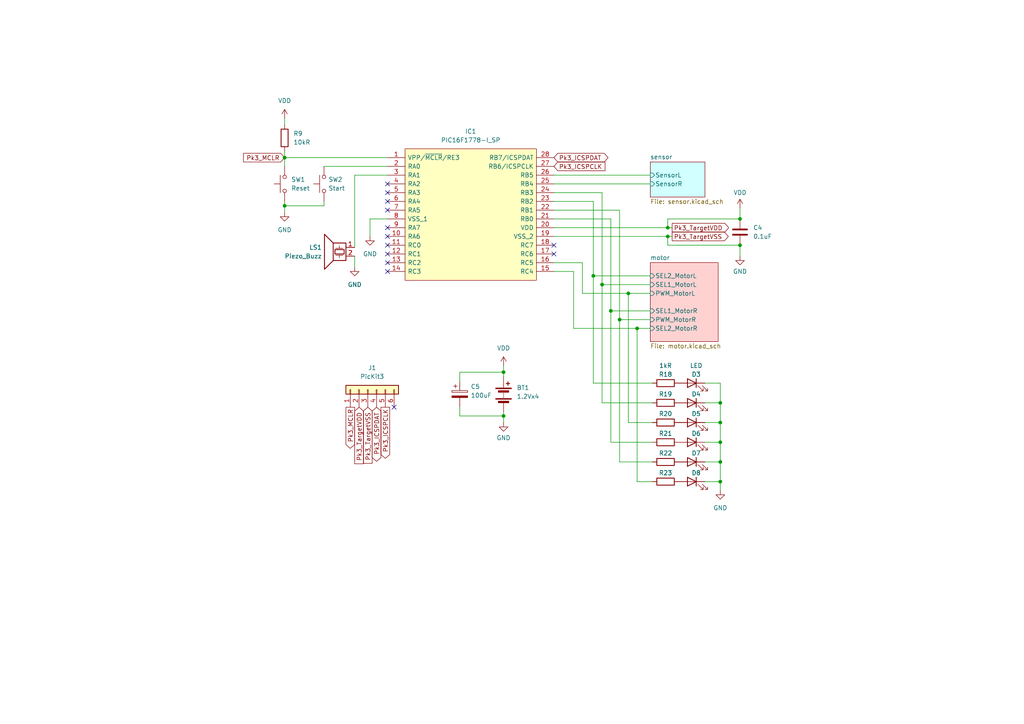
<source format=kicad_sch>
(kicad_sch (version 20230121) (generator eeschema)
  (paper "A4")
  (title_block (title "LineTracer-Practice") (date "2023-06-18") (rev "BETA") (company "KCCTD4-8") (comment 1 "*Unless otherwise noted, resistors used are 1/4W resistors."))
  (lib_symbols
    (symbol "Connector_Generic:Conn_01x06" (pin_names (offset 1.016) hide)
      (property "Reference" "J" (at 0 7.62 0))
      (property "Value" "Conn_01x06" (at 0 -10.16 0))
      (symbol "Conn_01x06_1_1"
        (rectangle (start -1.27 -7.493) (end 0 -7.747) (stroke (width 0.1524)))
        (rectangle (start -1.27 -4.953) (end 0 -5.207) (stroke (width 0.1524)))
        (rectangle (start -1.27 -2.413) (end 0 -2.667) (stroke (width 0.1524)))
        (rectangle (start -1.27 0.127) (end 0 -0.127) (stroke (width 0.1524)))
        (rectangle (start -1.27 2.667) (end 0 2.413) (stroke (width 0.1524)))
        (rectangle (start -1.27 5.207) (end 0 4.953) (stroke (width 0.1524)))
        (rectangle (start -1.27 6.35) (end 1.27 -8.89) (stroke (width 0.254)) (fill (type background)))
        (pin passive line (at -5.08 5.08 0) (length 3.81) (name "Pin_1") (number "1"))
        (pin passive line (at -5.08 2.54 0) (length 3.81) (name "Pin_2") (number "2"))
        (pin passive line (at -5.08 0 0) (length 3.81) (name "Pin_3") (number "3"))
        (pin passive line (at -5.08 -2.54 0) (length 3.81) (name "Pin_4") (number "4"))
        (pin passive line (at -5.08 -5.08 0) (length 3.81) (name "Pin_5") (number "5"))
        (pin passive line (at -5.08 -7.62 0) (length 3.81) (name "Pin_6") (number "6"))
      )
    )
    (symbol "Device:Battery" (pin_numbers hide) (pin_names (offset 0) hide)
      (property "Reference" "BT" (at 2.54 2.54 0))
      (property "Value" "Battery" (at 2.54 0 0))
      (symbol "Battery_0_1"
        (rectangle (start -2.286 -1.27) (end 2.286 -1.524) (fill (type outline)))
        (rectangle (start -2.286 1.778) (end 2.286 1.524) (fill (type outline)))
        (rectangle (start -1.524 -2.032) (end 1.524 -2.54) (fill (type outline)))
        (rectangle (start -1.524 1.016) (end 1.524 0.508) (fill (type outline)))
        (polyline (pts (xy 0 -1.016) (xy 0 -0.762)))
        (polyline (pts (xy 0 -0.508) (xy 0 -0.254)))
        (polyline (pts (xy 0 0) (xy 0 0.254)))
        (polyline (pts (xy 0 1.778) (xy 0 2.54)))
        (polyline (pts (xy 0.762 3.048) (xy 1.778 3.048)) (stroke (width 0.254)))
        (polyline (pts (xy 1.27 3.556) (xy 1.27 2.54)) (stroke (width 0.254)))
      )
      (symbol "Battery_1_1"
        (pin passive line (at 0 5.08 270) (length 2.54) (name "+") (number "1"))
        (pin passive line (at 0 -5.08 90) (length 2.54) (name "-") (number "2"))
      )
    )
    (symbol "Device:C" (pin_numbers hide) (pin_names (offset 0.254))
      (property "Reference" "C" (at 0.635 2.54 0))
      (property "Value" "C" (at 0.635 -2.54 0))
      (symbol "C_0_1"
        (polyline (pts (xy -2.032 -0.762) (xy 2.032 -0.762)) (stroke (width 0.508)))
        (polyline (pts (xy -2.032 0.762) (xy 2.032 0.762)) (stroke (width 0.508)))
      )
      (symbol "C_1_1"
        (pin passive line (at 0 3.81 270) (length 2.794) (name "~") (number "1"))
        (pin passive line (at 0 -3.81 90) (length 2.794) (name "~") (number "2"))
      )
    )
    (symbol "Device:C_Polarized" (pin_numbers hide) (pin_names (offset 0.254))
      (property "Reference" "C" (at 0.635 2.54 0))
      (property "Value" "C_Polarized" (at 0.635 -2.54 0))
      (symbol "C_Polarized_0_1"
        (rectangle (start -2.286 0.508) (end 2.286 1.016))
        (polyline (pts (xy -1.778 2.286) (xy -0.762 2.286)))
        (polyline (pts (xy -1.27 2.794) (xy -1.27 1.778)))
        (rectangle (start 2.286 -0.508) (end -2.286 -1.016) (fill (type outline)))
      )
      (symbol "C_Polarized_1_1"
        (pin passive line (at 0 3.81 270) (length 2.794) (name "~") (number "1"))
        (pin passive line (at 0 -3.81 90) (length 2.794) (name "~") (number "2"))
      )
    )
    (symbol "Device:LED" (pin_numbers hide) (pin_names (offset 1.016) hide)
      (property "Reference" "D" (at 0 2.54 0))
      (property "Value" "LED" (at 0 -2.54 0))
      (symbol "LED_0_1"
        (polyline (pts (xy -1.27 -1.27) (xy -1.27 1.27)) (stroke (width 0.254)))
        (polyline (pts (xy -1.27 0) (xy 1.27 0)))
        (polyline (pts (xy 1.27 -1.27) (xy 1.27 1.27) (xy -1.27 0) (xy 1.27 -1.27)) (stroke (width 0.254)))
        (polyline (pts (xy -3.048 -0.762) (xy -4.572 -2.286) (xy -3.81 -2.286) (xy -4.572 -2.286) (xy -4.572 -1.524)))
        (polyline (pts (xy -1.778 -0.762) (xy -3.302 -2.286) (xy -2.54 -2.286) (xy -3.302 -2.286) (xy -3.302 -1.524)))
      )
      (symbol "LED_1_1"
        (pin passive line (at -3.81 0 0) (length 2.54) (name "K") (number "1"))
        (pin passive line (at 3.81 0 180) (length 2.54) (name "A") (number "2"))
      )
    )
    (symbol "Device:R" (pin_numbers hide) (pin_names (offset 0))
      (property "Reference" "R" (at 2.032 0 90))
      (property "Value" "R" (at 0 0 90))
      (symbol "R_0_1"
        (rectangle (start -1.016 -2.54) (end 1.016 2.54) (stroke (width 0.254)))
      )
      (symbol "R_1_1"
        (pin passive line (at 0 3.81 270) (length 1.27) (name "~") (number "1"))
        (pin passive line (at 0 -3.81 90) (length 1.27) (name "~") (number "2"))
      )
    )
    (symbol "Device:Speaker_Crystal" (pin_names (offset 0) hide)
      (property "Reference" "LS" (at 0.635 5.715 0))
      (property "Value" "Speaker_Crystal" (at 0.635 3.81 0))
      (symbol "Speaker_Crystal_0_0"
        (rectangle (start -2.54 1.27) (end 1.143 -3.81) (stroke (width 0.254)))
        (rectangle (start -2.032 -0.635) (end 0.635 -1.905) (stroke (width 0.254)))
        (polyline (pts (xy -1.651 -2.286) (xy 0.381 -2.286)))
        (polyline (pts (xy -1.651 -0.254) (xy 0.381 -0.254)))
        (polyline (pts (xy -0.635 -2.286) (xy -0.635 -3.048)))
        (polyline (pts (xy -0.635 -0.254) (xy -0.635 0.508)))
        (polyline (pts (xy 1.143 1.27) (xy 3.683 3.81) (xy 3.683 -6.35) (xy 1.143 -3.81)) (stroke (width 0.254)))
      )
      (symbol "Speaker_Crystal_1_1"
        (pin input line (at -5.08 0 0) (length 2.54) (name "1") (number "1"))
        (pin input line (at -5.08 -2.54 0) (length 2.54) (name "2") (number "2"))
      )
    )
    (symbol "SamacSys:PIC16F1778-I_SP" (pin_names (offset 0.762))
      (property "Reference" "IC1" (at 24.13 7.62 0))
      (property "Value" "PIC16F1778-I_SP" (at 24.13 5.08 0))
      (symbol "PIC16F1778-I_SP_0_0"
        (pin passive line (at 0 0 0) (length 5.08) (name "VPP/~{MCLR}/RE3") (number "1"))
        (pin passive line (at 0 -22.86 0) (length 5.08) (name "RA6") (number "10"))
        (pin passive line (at 0 -25.4 0) (length 5.08) (name "RC0") (number "11"))
        (pin passive line (at 0 -27.94 0) (length 5.08) (name "RC1") (number "12"))
        (pin passive line (at 0 -30.48 0) (length 5.08) (name "RC2") (number "13"))
        (pin passive line (at 0 -33.02 0) (length 5.08) (name "RC3") (number "14"))
        (pin passive line (at 48.26 -33.02 180) (length 5.08) (name "RC4") (number "15"))
        (pin passive line (at 48.26 -30.48 180) (length 5.08) (name "RC5") (number "16"))
        (pin passive line (at 48.26 -27.94 180) (length 5.08) (name "RC6") (number "17"))
        (pin passive line (at 48.26 -25.4 180) (length 5.08) (name "RC7") (number "18"))
        (pin passive line (at 48.26 -22.86 180) (length 5.08) (name "VSS_2") (number "19"))
        (pin passive line (at 0 -2.54 0) (length 5.08) (name "RA0") (number "2"))
        (pin passive line (at 48.26 -20.32 180) (length 5.08) (name "VDD") (number "20"))
        (pin passive line (at 48.26 -17.78 180) (length 5.08) (name "RB0") (number "21"))
        (pin passive line (at 48.26 -15.24 180) (length 5.08) (name "RB1") (number "22"))
        (pin passive line (at 48.26 -12.7 180) (length 5.08) (name "RB2") (number "23"))
        (pin passive line (at 48.26 -10.16 180) (length 5.08) (name "RB3") (number "24"))
        (pin passive line (at 48.26 -7.62 180) (length 5.08) (name "RB4") (number "25"))
        (pin passive line (at 48.26 -5.08 180) (length 5.08) (name "RB5") (number "26"))
        (pin passive line (at 48.26 -2.54 180) (length 5.08) (name "RB6/ICSPCLK") (number "27"))
        (pin passive line (at 48.26 0 180) (length 5.08) (name "RB7/ICSPDAT") (number "28"))
        (pin passive line (at 0 -5.08 0) (length 5.08) (name "RA1") (number "3"))
        (pin passive line (at 0 -7.62 0) (length 5.08) (name "RA2") (number "4"))
        (pin passive line (at 0 -10.16 0) (length 5.08) (name "RA3") (number "5"))
        (pin passive line (at 0 -12.7 0) (length 5.08) (name "RA4") (number "6"))
        (pin passive line (at 0 -15.24 0) (length 5.08) (name "RA5") (number "7"))
        (pin passive line (at 0 -17.78 0) (length 5.08) (name "VSS_1") (number "8"))
        (pin passive line (at 0 -20.32 0) (length 5.08) (name "RA7") (number "9"))
      )
      (symbol "PIC16F1778-I_SP_1_1"
        (polyline (pts (xy 5.08 2.54) (xy 43.18 2.54) (xy 43.18 -35.56) (xy 5.08 -35.56) (xy 5.08 2.54)) (stroke (width 0.1524)) (fill (type background)))
      )
    )
    (symbol "Switch:SW_Push" (pin_numbers hide) (pin_names (offset 1.016) hide)
      (property "Reference" "SW" (at 1.27 2.54 0))
      (property "Value" "SW_Push" (at 0 -1.524 0))
      (symbol "SW_Push_0_1"
        (circle (center -2.032 0) (radius 0.508))
        (polyline (pts (xy 0 1.27) (xy 0 3.048)))
        (polyline (pts (xy 2.54 1.27) (xy -2.54 1.27)))
        (circle (center 2.032 0) (radius 0.508))
        (pin passive line (at -5.08 0 0) (length 2.54) (name "1") (number "1"))
        (pin passive line (at 5.08 0 180) (length 2.54) (name "2") (number "2"))
      )
    )
    (symbol "power:GND" (power) (pin_names (offset 0))
      (property "Value" "GND" (at 0 -3.81 0))
      (symbol "GND_0_1"
        (polyline (pts (xy 0 0) (xy 0 -1.27) (xy 1.27 -1.27) (xy 0 -2.54) (xy -1.27 -1.27) (xy 0 -1.27)))
      )
      (symbol "GND_1_1"
        (pin power_in line (at 0 0 270) (length 0) hide (name "GND") (number "1"))
      )
    )
    (symbol "power:VDD" (power) (pin_names (offset 0))
      (property "Value" "VDD" (at 0 3.81 0))
      (symbol "VDD_0_1"
        (polyline (pts (xy -0.762 1.27) (xy 0 2.54)))
        (polyline (pts (xy 0 0) (xy 0 2.54)))
        (polyline (pts (xy 0 2.54) (xy 0.762 1.27)))
      )
      (symbol "VDD_1_1"
        (pin power_in line (at 0 0 90) (length 0) hide (name "VDD") (number "1"))
      )
    )
  )
  (junction (at 208.915 128.27))
  (junction (at 208.915 122.555))
  (junction (at 184.785 95.25))
  (junction (at 179.705 92.71))
  (junction (at 208.915 116.84))
  (junction (at 193.675 66.04))
  (junction (at 146.05 120.65))
  (junction (at 82.55 45.72))
  (junction (at 82.55 59.69))
  (junction (at 174.625 82.55))
  (junction (at 172.085 80.01))
  (junction (at 208.915 133.985))
  (junction (at 208.915 139.7))
  (junction (at 214.63 71.12))
  (junction (at 193.675 68.58))
  (junction (at 177.165 90.17))
  (junction (at 182.245 85.09))
  (junction (at 214.63 63.5))
  (junction (at 146.05 107.95))
  (no_connect (at 114.3 118.11))
  (no_connect (at 112.395 76.2))
  (no_connect (at 112.395 68.58))
  (no_connect (at 112.395 71.12))
  (no_connect (at 160.655 71.12))
  (no_connect (at 112.395 60.96))
  (no_connect (at 160.655 73.66))
  (no_connect (at 112.395 58.42))
  (no_connect (at 112.395 53.34))
  (no_connect (at 112.395 66.04))
  (no_connect (at 112.395 55.88))
  (no_connect (at 112.395 73.66))
  (no_connect (at 112.395 78.74))
  (wire (pts (xy 168.91 76.2) (xy 168.91 85.09)))
  (wire (pts (xy 166.37 95.25) (xy 184.785 95.25)))
  (wire (pts (xy 194.945 68.58) (xy 193.675 68.58)))
  (wire (pts (xy 93.98 59.69) (xy 93.98 58.42)))
  (wire (pts (xy 146.05 107.95) (xy 146.05 109.22)))
  (wire (pts (xy 82.55 59.69) (xy 82.55 58.42)))
  (wire (pts (xy 179.705 92.71) (xy 179.705 60.96)))
  (wire (pts (xy 184.785 139.7) (xy 184.785 95.25)))
  (wire (pts (xy 82.55 36.195) (xy 82.55 34.29)))
  (wire (pts (xy 172.085 111.125) (xy 172.085 80.01)))
  (wire (pts (xy 189.23 133.985) (xy 179.705 133.985)))
  (wire (pts (xy 193.675 66.04) (xy 193.675 63.5)))
  (wire (pts (xy 208.915 133.985) (xy 208.915 139.7)))
  (wire (pts (xy 193.675 66.04) (xy 160.655 66.04)))
  (wire (pts (xy 133.35 120.65) (xy 146.05 120.65)))
  (wire (pts (xy 208.915 128.27) (xy 208.915 133.985)))
  (wire (pts (xy 166.37 78.74) (xy 160.655 78.74)))
  (wire (pts (xy 208.915 142.24) (xy 208.915 139.7)))
  (wire (pts (xy 193.675 68.58) (xy 193.675 71.12)))
  (wire (pts (xy 174.625 55.88) (xy 174.625 82.55)))
  (wire (pts (xy 204.47 122.555) (xy 208.915 122.555)))
  (wire (pts (xy 93.98 48.26) (xy 112.395 48.26)))
  (wire (pts (xy 174.625 82.55) (xy 188.595 82.55)))
  (wire (pts (xy 208.915 116.84) (xy 208.915 122.555)))
  (wire (pts (xy 193.675 63.5) (xy 214.63 63.5)))
  (wire (pts (xy 188.595 92.71) (xy 179.705 92.71)))
  (wire (pts (xy 133.35 110.49) (xy 133.35 107.95)))
  (wire (pts (xy 208.915 111.125) (xy 208.915 116.84)))
  (wire (pts (xy 82.55 59.69) (xy 82.55 61.595)))
  (wire (pts (xy 189.23 128.27) (xy 177.165 128.27)))
  (wire (pts (xy 204.47 128.27) (xy 208.915 128.27)))
  (wire (pts (xy 160.655 63.5) (xy 177.165 63.5)))
  (wire (pts (xy 102.87 50.8) (xy 102.87 71.755)))
  (wire (pts (xy 172.085 58.42) (xy 172.085 80.01)))
  (wire (pts (xy 177.165 90.17) (xy 188.595 90.17)))
  (wire (pts (xy 177.165 128.27) (xy 177.165 90.17)))
  (wire (pts (xy 193.675 66.04) (xy 194.945 66.04)))
  (wire (pts (xy 189.23 122.555) (xy 182.245 122.555)))
  (wire (pts (xy 193.675 71.12) (xy 214.63 71.12)))
  (wire (pts (xy 214.63 60.325) (xy 214.63 63.5)))
  (wire (pts (xy 204.47 111.125) (xy 208.915 111.125)))
  (wire (pts (xy 146.05 120.65) (xy 146.05 119.38)))
  (wire (pts (xy 214.63 74.295) (xy 214.63 71.12)))
  (wire (pts (xy 204.47 133.985) (xy 208.915 133.985)))
  (wire (pts (xy 107.315 68.58) (xy 107.315 63.5)))
  (wire (pts (xy 184.785 95.25) (xy 188.595 95.25)))
  (wire (pts (xy 174.625 116.84) (xy 174.625 82.55)))
  (wire (pts (xy 189.23 139.7) (xy 184.785 139.7)))
  (wire (pts (xy 112.395 50.8) (xy 102.87 50.8)))
  (wire (pts (xy 208.915 122.555) (xy 208.915 128.27)))
  (wire (pts (xy 160.655 58.42) (xy 172.085 58.42)))
  (wire (pts (xy 160.655 55.88) (xy 174.625 55.88)))
  (wire (pts (xy 182.245 85.09) (xy 168.91 85.09)))
  (wire (pts (xy 82.55 43.815) (xy 82.55 45.72)))
  (wire (pts (xy 177.165 63.5) (xy 177.165 90.17)))
  (wire (pts (xy 160.655 76.2) (xy 168.91 76.2)))
  (wire (pts (xy 172.085 111.125) (xy 189.23 111.125)))
  (wire (pts (xy 107.315 63.5) (xy 112.395 63.5)))
  (wire (pts (xy 93.98 59.69) (xy 82.55 59.69)))
  (wire (pts (xy 133.35 107.95) (xy 146.05 107.95)))
  (wire (pts (xy 189.23 116.84) (xy 174.625 116.84)))
  (wire (pts (xy 166.37 78.74) (xy 166.37 95.25)))
  (wire (pts (xy 182.245 85.09) (xy 188.595 85.09)))
  (wire (pts (xy 208.915 139.7) (xy 204.47 139.7)))
  (wire (pts (xy 160.655 50.8) (xy 188.595 50.8)))
  (wire (pts (xy 82.55 45.72) (xy 112.395 45.72)))
  (wire (pts (xy 172.085 80.01) (xy 188.595 80.01)))
  (wire (pts (xy 193.675 68.58) (xy 160.655 68.58)))
  (wire (pts (xy 146.05 106.045) (xy 146.05 107.95)))
  (wire (pts (xy 179.705 133.985) (xy 179.705 92.71)))
  (wire (pts (xy 204.47 116.84) (xy 208.915 116.84)))
  (wire (pts (xy 160.655 53.34) (xy 188.595 53.34)))
  (wire (pts (xy 102.87 74.295) (xy 102.87 77.47)))
  (wire (pts (xy 82.55 48.26) (xy 82.55 45.72)))
  (wire (pts (xy 133.35 118.11) (xy 133.35 120.65)))
  (wire (pts (xy 160.655 60.96) (xy 179.705 60.96)))
  (wire (pts (xy 146.05 122.555) (xy 146.05 120.65)))
  (wire (pts (xy 182.245 122.555) (xy 182.245 85.09)))
  (global_label "Pk3_ICSPCLK" (shape input) (at 160.655 48.26 0) (property "Intersheetrefs" "${INTERSHEET_REFS}" (effects hide)))
  (global_label "Pk3_TargetVDD" (shape output) (at 194.945 66.04 0) (property "Intersheetrefs" "${INTERSHEET_REFS}" (effects hide)))
  (global_label "Pk3_TargetVSS" (shape input) (at 106.68 118.11 270) (property "Intersheetrefs" "${INTERSHEET_REFS}" (effects hide)))
  (global_label "Pk3_TargetVSS" (shape output) (at 194.945 68.58 0) (property "Intersheetrefs" "${INTERSHEET_REFS}" (effects hide)))
  (global_label "Pk3_MCLR" (shape input) (at 82.55 45.72 180) (property "Intersheetrefs" "${INTERSHEET_REFS}" (effects hide)))
  (global_label "Pk3_TargetVDD" (shape input) (at 104.14 118.11 270) (property "Intersheetrefs" "${INTERSHEET_REFS}" (effects hide)))
  (global_label "Pk3_ICSPDAT" (shape bidirectional) (at 160.655 45.72 0) (property "Intersheetrefs" "${INTERSHEET_REFS}" (effects hide)))
  (global_label "Pk3_ICSPDAT" (shape bidirectional) (at 109.22 118.11 270) (property "Intersheetrefs" "${INTERSHEET_REFS}" (effects hide)))
  (global_label "Pk3_ICSPCLK" (shape output) (at 111.76 118.11 270) (property "Intersheetrefs" "${INTERSHEET_REFS}" (effects hide)))
  (global_label "Pk3_MCLR" (shape output) (at 101.6 118.11 270) (property "Intersheetrefs" "${INTERSHEET_REFS}" (effects hide)))
  (symbol (lib_id "Device:C_Polarized") (at 133.35 114.3 0) (unit 1)
    (property "Reference" "C5" (at 136.525 112.141 0) (effects (justify left)))
    (property "Value" "100uF" (at 136.525 114.681 0) (effects (justify left)))
  )
  (symbol (lib_id "Device:Battery") (at 146.05 114.3 0) (unit 1)
    (property "Reference" "BT1" (at 149.86 112.4585 0) (effects (justify left)))
    (property "Value" "1.2Vx4" (at 149.86 114.9985 0) (effects (justify left)))
  )
  (symbol (lib_id "Device:R") (at 193.04 139.7 90) (unit 1)
    (property "Reference" "R23" (at 193.04 137.16 90))
    (property "Value" "1kR" (effects hide))
  )
  (symbol (lib_id "power:GND") (at 208.915 142.24 0) (unit 1)
    (property "Reference" "#PWR033" (effects hide))
    (property "Value" "GND" (at 208.915 147.32 0))
  )
  (symbol (lib_id "power:GND") (at 82.55 61.595 0) (unit 1)
    (property "Reference" "#PWR013" (effects hide))
    (property "Value" "GND" (at 82.55 66.675 0))
  )
  (symbol (lib_id "Device:R") (at 193.04 122.555 90) (unit 1)
    (property "Reference" "R20" (at 193.04 120.015 90))
    (property "Value" "1kR" (effects hide))
  )
  (symbol (lib_id "Device:LED") (at 200.66 139.7 0) (mirror y) (unit 1)
    (property "Reference" "D8" (at 201.93 137.16 0))
    (property "Value" "LED" (effects hide))
  )
  (symbol (lib_id "power:GND") (at 107.315 68.58 0) (unit 1)
    (property "Reference" "#PWR016" (effects hide))
    (property "Value" "GND" (at 107.315 73.66 0))
  )
  (symbol (lib_id "Device:LED") (at 200.66 128.27 0) (mirror y) (unit 1)
    (property "Reference" "D6" (at 201.93 125.73 0))
    (property "Value" "LED" (effects hide))
  )
  (symbol (lib_id "Device:C") (at 214.63 67.31 0) (unit 1)
    (property "Reference" "C4" (at 218.44 66.04 0) (effects (justify left)))
    (property "Value" "0.1uF" (at 218.44 68.58 0) (effects (justify left)))
  )
  (symbol (lib_id "SamacSys:PIC16F1778-I_SP") (at 112.395 45.72 0) (unit 1)
    (property "Reference" "IC1" (at 136.525 38.1 0))
    (property "Value" "PIC16F1778-I_SP" (at 136.525 40.64 0))
    (property "Footprint" "Samacsys:DIP794W56P254L3486H508Q28N" (effects hide))
    (property "Datasheet" "http://uk.rs-online.com/web/p/products/9125322P" (effects hide))
    (property "Description" "Microchip PIC16F1778-I/SP, 8bit PIC Microcontroller, 32MHz, 28 kB Flash, 28-Pin SPDIP" (effects hide))
    (property "Height" "5.08" (effects hide))
    (property "RS Part Number" "9125322P" (effects hide))
    (property "RS Price/Stock" "http://uk.rs-online.com/web/p/products/9125322P" (effects hide))
    (property "Manufacturer_Name" "Microchip" (effects hide))
    (property "Manufacturer_Part_Number" "PIC16F1778-I/SP" (effects hide))
  )
  (symbol (lib_id "power:VDD") (at 82.55 34.29 0) (unit 1)
    (property "Reference" "#PWR014" (effects hide))
    (property "Value" "VDD" (at 82.55 29.21 0))
  )
  (symbol (lib_id "Device:R") (at 82.55 40.005 0) (unit 1)
    (property "Reference" "R9" (at 85.09 38.735 0) (effects (justify left)))
    (property "Value" "10kR" (at 85.09 41.275 0) (effects (justify left)))
  )
  (symbol (lib_id "Device:R") (at 193.04 133.985 90) (unit 1)
    (property "Reference" "R22" (at 193.04 131.445 90))
    (property "Value" "1kR" (effects hide))
  )
  (symbol (lib_id "Device:R") (at 193.04 116.84 90) (unit 1)
    (property "Reference" "R19" (at 193.04 114.3 90))
    (property "Value" "1kR" (effects hide))
  )
  (symbol (lib_id "Device:LED") (at 200.66 122.555 0) (mirror y) (unit 1)
    (property "Reference" "D5" (at 201.93 120.015 0))
    (property "Value" "LED" (effects hide))
  )
  (symbol (lib_id "Device:LED") (at 200.66 116.84 0) (mirror y) (unit 1)
    (property "Reference" "D4" (at 201.93 114.3 0))
    (property "Value" "LED" (effects hide))
  )
  (symbol (lib_id "power:VDD") (at 214.63 60.325 0) (unit 1)
    (property "Reference" "#PWR011" (effects hide))
    (property "Value" "VDD" (at 214.63 55.88 0))
  )
  (symbol (lib_id "Connector_Generic:Conn_01x06") (at 106.68 113.03 90) (unit 1)
    (property "Reference" "J1" (at 107.95 106.68 90))
    (property "Value" "PicKit3" (at 107.95 109.22 90))
  )
  (symbol (lib_id "power:VDD") (at 146.05 106.045 0) (unit 1)
    (property "Reference" "#PWR018" (effects hide))
    (property "Value" "VDD" (at 146.05 100.965 0))
  )
  (symbol (lib_id "power:GND") (at 146.05 122.555 0) (unit 1)
    (property "Reference" "#PWR017" (effects hide))
    (property "Value" "GND" (at 146.05 127 0))
  )
  (symbol (lib_id "power:GND") (at 214.63 74.295 0) (unit 1)
    (property "Reference" "#PWR012" (effects hide))
    (property "Value" "GND" (at 214.63 78.74 0))
  )
  (symbol (lib_id "Device:LED") (at 200.66 133.985 0) (mirror y) (unit 1)
    (property "Reference" "D7" (at 201.93 131.445 0))
    (property "Value" "LED" (effects hide))
  )
  (symbol (lib_id "Device:R") (at 193.04 111.125 90) (unit 1)
    (property "Reference" "R18" (at 193.04 108.585 90))
    (property "Value" "1kR" (at 193.04 106.045 90))
  )
  (symbol (lib_id "Device:LED") (at 200.66 111.125 0) (mirror y) (unit 1)
    (property "Reference" "D3" (at 201.93 108.585 0))
    (property "Value" "LED" (at 201.93 106.045 0))
  )
  (symbol (lib_id "power:GND") (at 102.87 77.47 0) (unit 1)
    (property "Reference" "#PWR015" (effects hide))
    (property "Value" "GND" (at 102.87 82.55 0))
  )
  (symbol (lib_id "Device:Speaker_Crystal") (at 97.79 71.755 0) (mirror y) (unit 1)
    (property "Reference" "LS1" (at 93.345 71.755 0) (effects (justify left)))
    (property "Value" "Piezo_Buzz" (at 93.345 74.295 0) (effects (justify left)))
    (property "Footprint" "Buzzer_Beeper:Buzzer_12x9.5RM7.6" (effects hide))
  )
  (symbol (lib_id "Device:R") (at 193.04 128.27 90) (unit 1)
    (property "Reference" "R21" (at 193.04 125.73 90))
    (property "Value" "1kR" (effects hide))
  )
  (symbol (lib_id "Switch:SW_Push") (at 82.55 53.34 90) (unit 1)
    (property "Reference" "SW1" (at 84.455 52.07 90) (effects (justify right)))
    (property "Value" "Reset" (at 84.455 54.61 90) (effects (justify right)))
  )
  (symbol (lib_id "Switch:SW_Push") (at 93.98 53.34 90) (unit 1)
    (property "Reference" "SW2" (at 95.25 52.07 90) (effects (justify right)))
    (property "Value" "Start" (at 95.25 54.61 90) (effects (justify right)))
  )
  (sheet (at 188.595 76.2) (size 19.685 22.86) (stroke (width 0.1524)) (fill (color 255 210 210 1.0000))
    (property "Sheetname" "motor" (at 188.595 75.4884 0) (effects (justify left bottom)))
    (property "Sheetfile" "motor.kicad_sch" (at 188.595 99.6446 0) (effects (justify left top)))
    (pin "SEL1_MotorR" input (at 188.595 90.17 180))
    (pin "PWM_MotorR" input (at 188.595 92.71 180))
    (pin "SEL2_MotorR" input (at 188.595 95.25 180))
    (pin "SEL2_MotorL" input (at 188.595 80.01 180))
    (pin "SEL1_MotorL" input (at 188.595 82.55 180))
    (pin "PWM_MotorL" input (at 188.595 85.09 180))
  )
  (sheet (at 188.595 46.99) (size 15.875 10.16) (stroke (width 0.1524)) (fill (color 210 255 255 1.0000))
    (property "Sheetname" "sensor" (at 188.595 46.2784 0) (effects (justify left bottom)))
    (property "Sheetfile" "sensor.kicad_sch" (at 188.595 57.7346 0) (effects (justify left top)))
    (pin "SensorL" input (at 188.595 50.8 180))
    (pin "SensorR" input (at 188.595 53.34 180))
  )
)
</source>
